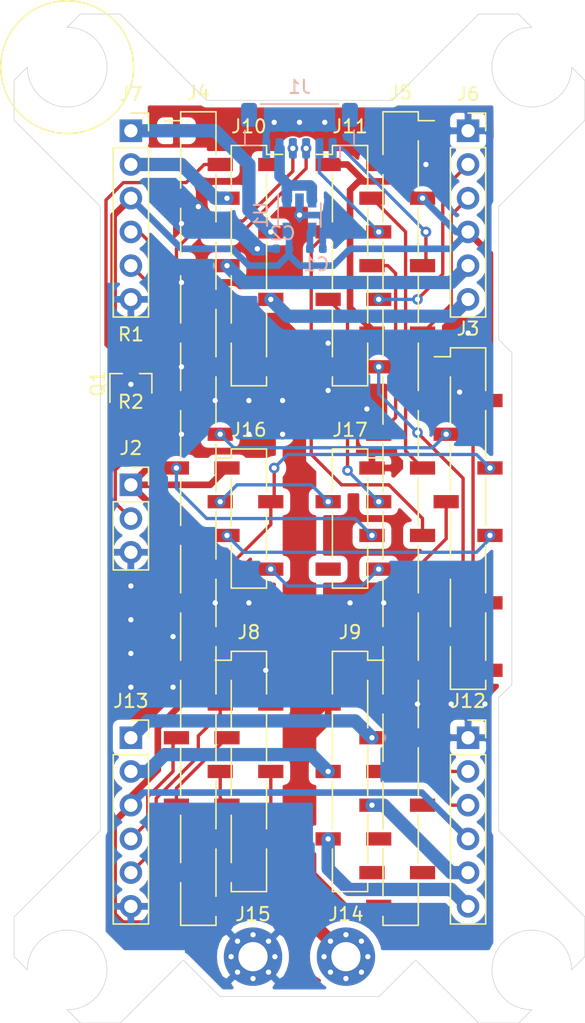
<source format=kicad_pcb>
(kicad_pcb (version 20171130) (host pcbnew "(5.1.4)-1")
  (layers (0 F.Cu signal) (31 B.Cu signal) (34 B.Paste user) (35 F.Paste user) (36 B.SilkS user) (37 F.SilkS user) (38 B.Mask user) (39 F.Mask user) (44 Edge.Cuts user))
  (net 0 "")
  (net 1 +7.5V)
  (net 2 GND)
  (net 3 +3V3)
  (net 4 CS_G)
  (net 5 SCK)
  (net 6 MOSI)
  (net 7 MISO)
  (net 8 CS_A)
  (net 9 /Sheet60DC4E71/RCV_IN)
  (net 10 CS_O)
  (net 11 "Net-(J3-Pad7)")
  (net 12 "Net-(J3-Pad8)")
  (net 13 "Net-(J4-Pad17)")
  (net 14 "Net-(J4-Pad16)")
  (net 15 "Net-(J4-Pad9)")
  (net 16 "Net-(J4-Pad8)")
  (net 17 "Net-(J4-Pad3)")
  (net 18 "Net-(J5-Pad1)")
  (net 19 "Net-(J5-Pad16)")
  (net 20 "Net-(J5-Pad17)")
  (net 21 "Net-(Q1-Pad1)")
  (net 22 "Net-(C1-Pad1)")
  (net 23 "Net-(J4-Pad24)")
  (net 24 "Net-(J9-Pad7)")
  (net 25 "Net-(J10-Pad1)")
  (net 26 VCC)
  (net 27 "Net-(J17-Pad4)")
  (net 28 M2_1)
  (net 29 M1_1)
  (net 30 M2_3)
  (net 31 M1_3)
  (net 32 OUTB_3)
  (net 33 OUTA_4)
  (net 34 OUTA_3)
  (net 35 APHAZE_1)
  (net 36 AENBL_1)
  (net 37 "Net-(J5-Pad20)")
  (net 38 "Net-(J5-Pad22)")
  (net 39 "Net-(J5-Pad24)")
  (net 40 BPHAZE_1)
  (net 41 BENBL_1)
  (net 42 "Net-(J5-Pad21)")
  (net 43 "Net-(J5-Pad23)")
  (net 44 M1_4)
  (net 45 M2_4)
  (net 46 OUTB_4)
  (net 47 M1_2)
  (net 48 M2_2)
  (net 49 BPHAZE_2)
  (net 50 AENBL_2)
  (net 51 APHAZE_2)
  (net 52 BENBL_2)
  (net 53 OUTB_1)
  (net 54 OUTA_2)
  (net 55 OUTA_1)
  (net 56 OUTB_2)
  (net 57 PWM_1)
  (net 58 PWM_2)
  (net 59 PWM_3)
  (net 60 PWM_4)
  (net 61 SCL)
  (net 62 SDA)
  (net 63 FUTABA)
  (module Connector_PinSocket_2.54mm:PinSocket_1x04_P2.54mm_Vertical_SMD_Pin1Right (layer F.Cu) (at 3.81 0)
    (fp_text reference J17 (at 0 -6.68) (layer F.SilkS))
    (fp_text value Conn_01x04)
    (pad 2 smd rect (at -1.65 -1.27) (size 1.9 1) (layers F.Cu F.Paste F.Mask) (net 8 CS_A))
    (pad 4 smd rect (at -1.65 3.81) (size 1.9 1) (layers F.Cu F.Paste F.Mask) (net 27 "Net-(J17-Pad4)"))
    (pad 1 smd rect (at 1.65 -3.81) (size 1.9 1) (layers F.Cu F.Paste F.Mask) (net 2 GND))
    (pad 3 smd rect (at 1.65 1.27) (size 1.9 1) (layers F.Cu F.Paste F.Mask) (net 4 CS_G))
  )
  (module Connector_PinSocket_2.54mm:PinSocket_1x24_P2.54mm_Vertical_SMD_Pin1Left (layer F.Cu) (at -7.62 0)
    (fp_text reference J4 (at 0 -32.08) (layer F.SilkS))
    (fp_text value Conn_01x24)
    (pad 24 smd rect (at 1.65 29.21) (size 1.9 1) (layers F.Cu F.Paste F.Mask) (net 23 "Net-(J4-Pad24)"))
    (pad 22 smd rect (at 1.65 24.13) (size 1.9 1) (layers F.Cu F.Paste F.Mask) (net 49 BPHAZE_2))
    (pad 20 smd rect (at 1.65 19.05) (size 1.9 1) (layers F.Cu F.Paste F.Mask) (net 50 AENBL_2))
    (pad 18 smd rect (at 1.65 13.97) (size 1.9 1) (layers F.Cu F.Paste F.Mask) (net 32 OUTB_3))
    (pad 16 smd rect (at 1.65 8.89) (size 1.9 1) (layers F.Cu F.Paste F.Mask) (net 14 "Net-(J4-Pad16)"))
    (pad 14 smd rect (at 1.65 3.81) (size 1.9 1) (layers F.Cu F.Paste F.Mask) (net 7 MISO))
    (pad 12 smd rect (at 1.65 -1.27) (size 1.9 1) (layers F.Cu F.Paste F.Mask) (net 8 CS_A))
    (pad 10 smd rect (at 1.65 -6.35) (size 1.9 1) (layers F.Cu F.Paste F.Mask) (net 10 CS_O))
    (pad 8 smd rect (at 1.65 -11.43) (size 1.9 1) (layers F.Cu F.Paste F.Mask) (net 16 "Net-(J4-Pad8)"))
    (pad 6 smd rect (at 1.65 -16.51) (size 1.9 1) (layers F.Cu F.Paste F.Mask) (net 33 OUTA_4))
    (pad 4 smd rect (at 1.65 -21.59) (size 1.9 1) (layers F.Cu F.Paste F.Mask) (net 59 PWM_3))
    (pad 2 smd rect (at 1.65 -26.67) (size 1.9 1) (layers F.Cu F.Paste F.Mask) (net 63 FUTABA))
    (pad 23 smd rect (at -1.65 26.67) (size 1.9 1) (layers F.Cu F.Paste F.Mask) (net 51 APHAZE_2))
    (pad 21 smd rect (at -1.65 21.59) (size 1.9 1) (layers F.Cu F.Paste F.Mask) (net 52 BENBL_2))
    (pad 19 smd rect (at -1.65 16.51) (size 1.9 1) (layers F.Cu F.Paste F.Mask) (net 34 OUTA_3))
    (pad 17 smd rect (at -1.65 11.43) (size 1.9 1) (layers F.Cu F.Paste F.Mask) (net 13 "Net-(J4-Pad17)"))
    (pad 15 smd rect (at -1.65 6.35) (size 1.9 1) (layers F.Cu F.Paste F.Mask) (net 3 +3V3))
    (pad 13 smd rect (at -1.65 1.27) (size 1.9 1) (layers F.Cu F.Paste F.Mask) (net 6 MOSI))
    (pad 11 smd rect (at -1.65 -3.81) (size 1.9 1) (layers F.Cu F.Paste F.Mask) (net 4 CS_G))
    (pad 9 smd rect (at -1.65 -8.89) (size 1.9 1) (layers F.Cu F.Paste F.Mask) (net 15 "Net-(J4-Pad9)"))
    (pad 7 smd rect (at -1.65 -13.97) (size 1.9 1) (layers F.Cu F.Paste F.Mask) (net 46 OUTB_4))
    (pad 5 smd rect (at -1.65 -19.05) (size 1.9 1) (layers F.Cu F.Paste F.Mask) (net 60 PWM_4))
    (pad 3 smd rect (at -1.65 -24.13) (size 1.9 1) (layers F.Cu F.Paste F.Mask) (net 17 "Net-(J4-Pad3)"))
    (pad 1 smd rect (at -1.65 -29.21) (size 1.9 1) (layers F.Cu F.Paste F.Mask) (net 2 GND))
  )
  (module Connector_PinSocket_2.54mm:PinSocket_1x07_P2.54mm_Vertical_SMD_Pin1Right (layer F.Cu) (at -3.81 -19.05)
    (fp_text reference J10 (at 0 -10.49) (layer F.SilkS))
    (fp_text value Conn_01x07)
    (pad 7 smd rect (at 1.65 7.62) (size 1.9 1) (layers F.Cu F.Paste F.Mask) (net 2 GND))
    (pad 5 smd rect (at 1.65 2.54) (size 1.9 1) (layers F.Cu F.Paste F.Mask) (net 29 M1_1))
    (pad 3 smd rect (at 1.65 -2.54) (size 1.9 1) (layers F.Cu F.Paste F.Mask) (net 44 M1_4))
    (pad 1 smd rect (at 1.65 -7.62) (size 1.9 1) (layers F.Cu F.Paste F.Mask) (net 25 "Net-(J10-Pad1)"))
    (pad 6 smd rect (at -1.65 5.08) (size 1.9 1) (layers F.Cu F.Paste F.Mask) (net 26 VCC))
    (pad 4 smd rect (at -1.65 0) (size 1.9 1) (layers F.Cu F.Paste F.Mask) (net 28 M2_1))
    (pad 2 smd rect (at -1.65 -5.08) (size 1.9 1) (layers F.Cu F.Paste F.Mask) (net 45 M2_4))
  )
  (module Connector_PinSocket_2.54mm:PinSocket_1x24_P2.54mm_Vertical_SMD_Pin1Right (layer F.Cu) (at 7.62 0)
    (fp_text reference J5 (at 0 -32.08) (layer F.SilkS))
    (fp_text value Conn_01x24)
    (pad 2 smd rect (at -1.65 -26.67) (size 1.9 1) (layers F.Cu F.Paste F.Mask) (net 2 GND))
    (pad 4 smd rect (at -1.65 -21.59) (size 1.9 1) (layers F.Cu F.Paste F.Mask) (net 58 PWM_2))
    (pad 6 smd rect (at -1.65 -16.51) (size 1.9 1) (layers F.Cu F.Paste F.Mask) (net 53 OUTB_1))
    (pad 8 smd rect (at -1.65 -11.43) (size 1.9 1) (layers F.Cu F.Paste F.Mask) (net 61 SCL))
    (pad 10 smd rect (at -1.65 -6.35) (size 1.9 1) (layers F.Cu F.Paste F.Mask) (net 40 BPHAZE_1))
    (pad 12 smd rect (at -1.65 -1.27) (size 1.9 1) (layers F.Cu F.Paste F.Mask) (net 41 BENBL_1))
    (pad 14 smd rect (at -1.65 3.81) (size 1.9 1) (layers F.Cu F.Paste F.Mask) (net 5 SCK))
    (pad 16 smd rect (at -1.65 8.89) (size 1.9 1) (layers F.Cu F.Paste F.Mask) (net 19 "Net-(J5-Pad16)"))
    (pad 18 smd rect (at -1.65 13.97) (size 1.9 1) (layers F.Cu F.Paste F.Mask) (net 54 OUTA_2))
    (pad 20 smd rect (at -1.65 19.05) (size 1.9 1) (layers F.Cu F.Paste F.Mask) (net 37 "Net-(J5-Pad20)"))
    (pad 22 smd rect (at -1.65 24.13) (size 1.9 1) (layers F.Cu F.Paste F.Mask) (net 38 "Net-(J5-Pad22)"))
    (pad 24 smd rect (at -1.65 29.21) (size 1.9 1) (layers F.Cu F.Paste F.Mask) (net 39 "Net-(J5-Pad24)"))
    (pad 1 smd rect (at 1.65 -29.21) (size 1.9 1) (layers F.Cu F.Paste F.Mask) (net 18 "Net-(J5-Pad1)"))
    (pad 3 smd rect (at 1.65 -24.13) (size 1.9 1) (layers F.Cu F.Paste F.Mask) (net 3 +3V3))
    (pad 5 smd rect (at 1.65 -19.05) (size 1.9 1) (layers F.Cu F.Paste F.Mask) (net 57 PWM_1))
    (pad 7 smd rect (at 1.65 -13.97) (size 1.9 1) (layers F.Cu F.Paste F.Mask) (net 55 OUTA_1))
    (pad 9 smd rect (at 1.65 -8.89) (size 1.9 1) (layers F.Cu F.Paste F.Mask) (net 62 SDA))
    (pad 11 smd rect (at 1.65 -3.81) (size 1.9 1) (layers F.Cu F.Paste F.Mask) (net 35 APHAZE_1))
    (pad 13 smd rect (at 1.65 1.27) (size 1.9 1) (layers F.Cu F.Paste F.Mask) (net 36 AENBL_1))
    (pad 15 smd rect (at 1.65 6.35) (size 1.9 1) (layers F.Cu F.Paste F.Mask) (net 2 GND))
    (pad 17 smd rect (at 1.65 11.43) (size 1.9 1) (layers F.Cu F.Paste F.Mask) (net 20 "Net-(J5-Pad17)"))
    (pad 19 smd rect (at 1.65 16.51) (size 1.9 1) (layers F.Cu F.Paste F.Mask) (net 56 OUTB_2))
    (pad 21 smd rect (at 1.65 21.59) (size 1.9 1) (layers F.Cu F.Paste F.Mask) (net 42 "Net-(J5-Pad21)"))
    (pad 23 smd rect (at 1.65 26.67) (size 1.9 1) (layers F.Cu F.Paste F.Mask) (net 43 "Net-(J5-Pad23)"))
  )
  (module Capacitor_SMD:C_0402_1005Metric (layer B.Cu) (at 1.27 -20.32)
    (fp_text reference C1 (at 0 1.17 180) (layer B.SilkS) (effects (justify mirror)))
    (fp_text value 470p)
    (pad 2 smd roundrect (at 0.485 0) (size 0.59 0.64) (layers B.Cu B.Paste B.Mask) (net 2 GND))
    (pad 1 smd roundrect (at -0.485 0) (size 0.59 0.64) (layers B.Cu B.Paste B.Mask) (net 22 "Net-(C1-Pad1)"))
  )
  (module Capacitor_SMD:C_0402_1005Metric (layer B.Cu) (at -1.27 -20.32 180)
    (fp_text reference C2 (at 0 1.17 180) (layer B.SilkS) (effects (justify mirror)))
    (fp_text value 2.2u)
    (pad 1 smd roundrect (at -0.485 0 180) (size 0.59 0.64) (layers B.Cu B.Paste B.Mask) (net 3 +3V3))
    (pad 2 smd roundrect (at 0.485 0 180) (size 0.59 0.64) (layers B.Cu B.Paste B.Mask) (net 2 GND))
  )
  (module Connector_JST:JST_SH_BM06B-SRSS-TB_1x06-1MP_P1.00mm_Vertical (layer B.Cu) (at 0 -29.21 180)
    (fp_text reference J1 (at 0 3.3) (layer B.SilkS) (effects (justify mirror)))
    (fp_text value Conn_01x06)
    (pad 1 smd roundrect (at -2.5 -1.325 180) (size 0.6 1.55) (layers B.Cu B.Paste B.Mask) (net 57 PWM_1))
    (pad 2 smd roundrect (at -1.5 -1.325 180) (size 0.6 1.55) (layers B.Cu B.Paste B.Mask) (net 58 PWM_2))
    (pad 3 smd roundrect (at -0.5 -1.325 180) (size 0.6 1.55) (layers B.Cu B.Paste B.Mask) (net 59 PWM_3))
    (pad 4 smd roundrect (at 0.5 -1.325 180) (size 0.6 1.55) (layers B.Cu B.Paste B.Mask) (net 60 PWM_4))
    (pad 5 smd roundrect (at 1.5 -1.325 180) (size 0.6 1.55) (layers B.Cu B.Paste B.Mask) (net 1 +7.5V))
    (pad 6 smd roundrect (at 2.5 -1.325 180) (size 0.6 1.55) (layers B.Cu B.Paste B.Mask) (net 2 GND))
    (pad MP smd roundrect (at -3.8 1.2 180) (size 1.2 1.8) (layers B.Cu B.Paste B.Mask) (roundrect_rratio 0.208333))
    (pad MP smd roundrect (at 3.8 1.2 180) (size 1.2 1.8) (layers B.Cu B.Paste B.Mask) (roundrect_rratio 0.208333))
  )
  (module Connector_PinSocket_2.54mm:PinSocket_1x03_P2.54mm_Vertical (layer F.Cu) (at -12.7 -2.54)
    (fp_text reference J2 (at 0 -2.77) (layer F.SilkS))
    (fp_text value Conn_01x03)
    (pad 1 thru_hole rect (at 0 0) (size 1.7 1.7) (drill 1) (layers *.Cu *.Mask) (net 3 +3V3))
    (pad 2 thru_hole oval (at 0 2.54) (size 1.7 1.7) (drill 1) (layers *.Cu *.Mask) (net 9 /Sheet60DC4E71/RCV_IN))
    (pad 3 thru_hole oval (at 0 5.08) (size 1.7 1.7) (drill 1) (layers *.Cu *.Mask) (net 2 GND))
  )
  (module Connector_PinSocket_2.54mm:PinSocket_1x06_P2.54mm_Vertical (layer F.Cu) (at 12.7 -29.21)
    (fp_text reference J6 (at 0 -2.77) (layer F.SilkS))
    (fp_text value Conn_01x06)
    (pad 6 thru_hole oval (at 0 12.7) (size 1.7 1.7) (drill 1) (layers *.Cu *.Mask) (net 29 M1_1))
    (pad 5 thru_hole oval (at 0 10.16) (size 1.7 1.7) (drill 1) (layers *.Cu *.Mask) (net 28 M2_1))
    (pad 4 thru_hole oval (at 0 7.62) (size 1.7 1.7) (drill 1) (layers *.Cu *.Mask) (net 3 +3V3))
    (pad 3 thru_hole oval (at 0 5.08) (size 1.7 1.7) (drill 1) (layers *.Cu *.Mask) (net 55 OUTA_1))
    (pad 2 thru_hole oval (at 0 2.54) (size 1.7 1.7) (drill 1) (layers *.Cu *.Mask) (net 53 OUTB_1))
    (pad 1 thru_hole rect (at 0 0) (size 1.7 1.7) (drill 1) (layers *.Cu *.Mask) (net 2 GND))
  )
  (module Connector_PinSocket_2.54mm:PinSocket_1x06_P2.54mm_Vertical (layer F.Cu) (at -12.7 -29.21)
    (fp_text reference J7 (at 0 -2.77) (layer F.SilkS))
    (fp_text value Conn_01x06)
    (pad 1 thru_hole rect (at 0 0) (size 1.7 1.7) (drill 1) (layers *.Cu *.Mask) (net 44 M1_4))
    (pad 2 thru_hole oval (at 0 2.54) (size 1.7 1.7) (drill 1) (layers *.Cu *.Mask) (net 45 M2_4))
    (pad 3 thru_hole oval (at 0 5.08) (size 1.7 1.7) (drill 1) (layers *.Cu *.Mask) (net 3 +3V3))
    (pad 4 thru_hole oval (at 0 7.62) (size 1.7 1.7) (drill 1) (layers *.Cu *.Mask) (net 33 OUTA_4))
    (pad 5 thru_hole oval (at 0 10.16) (size 1.7 1.7) (drill 1) (layers *.Cu *.Mask) (net 46 OUTB_4))
    (pad 6 thru_hole oval (at 0 12.7) (size 1.7 1.7) (drill 1) (layers *.Cu *.Mask) (net 2 GND))
  )
  (module Connector_PinSocket_2.54mm:PinSocket_1x06_P2.54mm_Vertical (layer F.Cu) (at 12.7 16.51)
    (fp_text reference J12 (at 0 -2.77) (layer F.SilkS))
    (fp_text value Conn_01x06)
    (pad 1 thru_hole rect (at 0 0) (size 1.7 1.7) (drill 1) (layers *.Cu *.Mask) (net 2 GND))
    (pad 2 thru_hole oval (at 0 2.54) (size 1.7 1.7) (drill 1) (layers *.Cu *.Mask) (net 56 OUTB_2))
    (pad 3 thru_hole oval (at 0 5.08) (size 1.7 1.7) (drill 1) (layers *.Cu *.Mask) (net 54 OUTA_2))
    (pad 4 thru_hole oval (at 0 7.62) (size 1.7 1.7) (drill 1) (layers *.Cu *.Mask) (net 3 +3V3))
    (pad 5 thru_hole oval (at 0 10.16) (size 1.7 1.7) (drill 1) (layers *.Cu *.Mask) (net 48 M2_2))
    (pad 6 thru_hole oval (at 0 12.7) (size 1.7 1.7) (drill 1) (layers *.Cu *.Mask) (net 47 M1_2))
  )
  (module Connector_PinSocket_2.54mm:PinSocket_1x06_P2.54mm_Vertical (layer F.Cu) (at -12.7 16.51)
    (fp_text reference J13 (at 0 -2.77) (layer F.SilkS))
    (fp_text value Conn_01x06)
    (pad 6 thru_hole oval (at 0 12.7) (size 1.7 1.7) (drill 1) (layers *.Cu *.Mask) (net 2 GND))
    (pad 5 thru_hole oval (at 0 10.16) (size 1.7 1.7) (drill 1) (layers *.Cu *.Mask) (net 32 OUTB_3))
    (pad 4 thru_hole oval (at 0 7.62) (size 1.7 1.7) (drill 1) (layers *.Cu *.Mask) (net 34 OUTA_3))
    (pad 3 thru_hole oval (at 0 5.08) (size 1.7 1.7) (drill 1) (layers *.Cu *.Mask) (net 3 +3V3))
    (pad 2 thru_hole oval (at 0 2.54) (size 1.7 1.7) (drill 1) (layers *.Cu *.Mask) (net 30 M2_3))
    (pad 1 thru_hole rect (at 0 0) (size 1.7 1.7) (drill 1) (layers *.Cu *.Mask) (net 31 M1_3))
  )
  (module Resistor_SMD:R_0402_1005Metric (layer F.Cu) (at -12.7 -12.7)
    (fp_text reference R1 (at 0 -1.17) (layer F.SilkS))
    (fp_text value 10k)
    (pad 2 smd roundrect (at 0.485 0) (size 0.59 0.64) (layers F.Cu F.Paste F.Mask) (net 63 FUTABA))
    (pad 1 smd roundrect (at -0.485 0) (size 0.59 0.64) (layers F.Cu F.Paste F.Mask) (net 3 +3V3))
  )
  (module Resistor_SMD:R_0402_1005Metric (layer F.Cu) (at -12.7 -7.62)
    (fp_text reference R2 (at 0 -1.17) (layer F.SilkS))
    (fp_text value 3.3k)
    (pad 1 smd roundrect (at -0.485 0) (size 0.59 0.64) (layers F.Cu F.Paste F.Mask) (net 21 "Net-(Q1-Pad1)"))
    (pad 2 smd roundrect (at 0.485 0) (size 0.59 0.64) (layers F.Cu F.Paste F.Mask) (net 9 /Sheet60DC4E71/RCV_IN))
  )
  (module Package_TO_SOT_SMD:SOT-23-5 (layer B.Cu) (at 0 -22.86 270)
    (fp_text reference U1 (at 0 2.9 270) (layer B.SilkS) (effects (justify mirror)))
    (fp_text value MIC5219-3.3YM5)
    (pad 1 smd rect (at -1.1 0.95 270) (size 1.06 0.65) (layers B.Cu B.Paste B.Mask) (net 1 +7.5V))
    (pad 2 smd rect (at -1.1 0 270) (size 1.06 0.65) (layers B.Cu B.Paste B.Mask) (net 2 GND))
    (pad 3 smd rect (at -1.1 -0.95 270) (size 1.06 0.65) (layers B.Cu B.Paste B.Mask) (net 1 +7.5V))
    (pad 4 smd rect (at 1.1 -0.95 270) (size 1.06 0.65) (layers B.Cu B.Paste B.Mask) (net 22 "Net-(C1-Pad1)"))
    (pad 5 smd rect (at 1.1 0.95 270) (size 1.06 0.65) (layers B.Cu B.Paste B.Mask) (net 3 +3V3))
  )
  (module Connector_PinSocket_2.54mm:PinSocket_1x10_P2.54mm_Vertical_SMD_Pin1Left (layer F.Cu) (at 12.7 0)
    (fp_text reference J3 (at 0 -14.3) (layer F.SilkS))
    (fp_text value Conn_01x10)
    (pad 1 smd rect (at -1.65 -11.43) (size 1.9 1) (layers F.Cu F.Paste F.Mask) (net 2 GND))
    (pad 3 smd rect (at -1.65 -6.35) (size 1.9 1) (layers F.Cu F.Paste F.Mask) (net 10 CS_O))
    (pad 5 smd rect (at -1.65 -1.27) (size 1.9 1) (layers F.Cu F.Paste F.Mask) (net 5 SCK))
    (pad 7 smd rect (at -1.65 3.81) (size 1.9 1) (layers F.Cu F.Paste F.Mask) (net 11 "Net-(J3-Pad7)"))
    (pad 9 smd rect (at -1.65 8.89) (size 1.9 1) (layers F.Cu F.Paste F.Mask) (net 61 SCL))
    (pad 2 smd rect (at 1.65 -8.89) (size 1.9 1) (layers F.Cu F.Paste F.Mask) (net 3 +3V3))
    (pad 4 smd rect (at 1.65 -3.81) (size 1.9 1) (layers F.Cu F.Paste F.Mask) (net 7 MISO))
    (pad 6 smd rect (at 1.65 1.27) (size 1.9 1) (layers F.Cu F.Paste F.Mask) (net 6 MOSI))
    (pad 8 smd rect (at 1.65 6.35) (size 1.9 1) (layers F.Cu F.Paste F.Mask) (net 12 "Net-(J3-Pad8)"))
    (pad 10 smd rect (at 1.65 11.43) (size 1.9 1) (layers F.Cu F.Paste F.Mask) (net 62 SDA))
  )
  (module Package_TO_SOT_SMD:SOT-23 (layer F.Cu) (at -12.7 -10.16 90)
    (fp_text reference Q1 (at 0 -2.5 270) (layer F.SilkS))
    (fp_text value 2N7002K)
    (pad 1 smd rect (at -1 -0.95 90) (size 0.9 0.8) (layers F.Cu F.Paste F.Mask) (net 21 "Net-(Q1-Pad1)"))
    (pad 2 smd rect (at -1 0.95 90) (size 0.9 0.8) (layers F.Cu F.Paste F.Mask) (net 2 GND))
    (pad 3 smd rect (at 1 0 90) (size 0.9 0.8) (layers F.Cu F.Paste F.Mask) (net 63 FUTABA))
  )
  (module MountingHole:MountingHole_2.2mm_M2_Pad_Via (layer F.Cu) (at 3.5 33)
    (fp_text reference J14 (at 0 -3.2) (layer F.SilkS))
    (fp_text value Conn_01x01)
    (pad 1 thru_hole circle (at 0 0) (size 4.4 4.4) (drill 2.2) (layers *.Cu *.Mask) (net 26 VCC))
    (pad 1 thru_hole circle (at 1.65 0) (size 0.7 0.7) (drill 0.4) (layers *.Cu *.Mask) (net 26 VCC))
    (pad 1 thru_hole circle (at 1.166726 1.166726) (size 0.7 0.7) (drill 0.4) (layers *.Cu *.Mask) (net 26 VCC))
    (pad 1 thru_hole circle (at 0 1.65) (size 0.7 0.7) (drill 0.4) (layers *.Cu *.Mask) (net 26 VCC))
    (pad 1 thru_hole circle (at -1.166726 1.166726) (size 0.7 0.7) (drill 0.4) (layers *.Cu *.Mask) (net 26 VCC))
    (pad 1 thru_hole circle (at -1.65 0) (size 0.7 0.7) (drill 0.4) (layers *.Cu *.Mask) (net 26 VCC))
    (pad 1 thru_hole circle (at -1.166726 -1.166726) (size 0.7 0.7) (drill 0.4) (layers *.Cu *.Mask) (net 26 VCC))
    (pad 1 thru_hole circle (at 0 -1.65) (size 0.7 0.7) (drill 0.4) (layers *.Cu *.Mask) (net 26 VCC))
    (pad 1 thru_hole circle (at 1.166726 -1.166726) (size 0.7 0.7) (drill 0.4) (layers *.Cu *.Mask) (net 26 VCC))
  )
  (module MountingHole:MountingHole_2.2mm_M2_Pad_Via (layer F.Cu) (at -3.5 33)
    (fp_text reference J15 (at 0 -3.2) (layer F.SilkS))
    (fp_text value Conn_01x01)
    (pad 1 thru_hole circle (at 0 0) (size 4.4 4.4) (drill 2.2) (layers *.Cu *.Mask) (net 2 GND))
    (pad 1 thru_hole circle (at 1.65 0) (size 0.7 0.7) (drill 0.4) (layers *.Cu *.Mask) (net 2 GND))
    (pad 1 thru_hole circle (at 1.166726 1.166726) (size 0.7 0.7) (drill 0.4) (layers *.Cu *.Mask) (net 2 GND))
    (pad 1 thru_hole circle (at 0 1.65) (size 0.7 0.7) (drill 0.4) (layers *.Cu *.Mask) (net 2 GND))
    (pad 1 thru_hole circle (at -1.166726 1.166726) (size 0.7 0.7) (drill 0.4) (layers *.Cu *.Mask) (net 2 GND))
    (pad 1 thru_hole circle (at -1.65 0) (size 0.7 0.7) (drill 0.4) (layers *.Cu *.Mask) (net 2 GND))
    (pad 1 thru_hole circle (at -1.166726 -1.166726) (size 0.7 0.7) (drill 0.4) (layers *.Cu *.Mask) (net 2 GND))
    (pad 1 thru_hole circle (at 0 -1.65) (size 0.7 0.7) (drill 0.4) (layers *.Cu *.Mask) (net 2 GND))
    (pad 1 thru_hole circle (at 1.166726 -1.166726) (size 0.7 0.7) (drill 0.4) (layers *.Cu *.Mask) (net 2 GND))
  )
  (module Connector_PinSocket_2.54mm:PinSocket_1x07_P2.54mm_Vertical_SMD_Pin1Left (layer F.Cu) (at 3.81 -19.05)
    (fp_text reference J11 (at 0 -10.49) (layer F.SilkS))
    (fp_text value Conn_01x07)
    (pad 6 smd rect (at 1.65 5.08) (size 1.9 1) (layers F.Cu F.Paste F.Mask) (net 3 +3V3))
    (pad 4 smd rect (at 1.65 0) (size 1.9 1) (layers F.Cu F.Paste F.Mask) (net 40 BPHAZE_1))
    (pad 2 smd rect (at 1.65 -5.08) (size 1.9 1) (layers F.Cu F.Paste F.Mask) (net 35 APHAZE_1))
    (pad 7 smd rect (at -1.65 7.62) (size 1.9 1) (layers F.Cu F.Paste F.Mask) (net 2 GND))
    (pad 5 smd rect (at -1.65 2.54) (size 1.9 1) (layers F.Cu F.Paste F.Mask) (net 41 BENBL_1))
    (pad 3 smd rect (at -1.65 -2.54) (size 1.9 1) (layers F.Cu F.Paste F.Mask) (net 36 AENBL_1))
    (pad 1 smd rect (at -1.65 -7.62) (size 1.9 1) (layers F.Cu F.Paste F.Mask) (net 3 +3V3))
  )
  (module Connector_PinSocket_2.54mm:PinSocket_1x04_P2.54mm_Vertical_SMD_Pin1Left (layer F.Cu) (at -3.81 0)
    (fp_text reference J16 (at 0 -6.68) (layer F.SilkS))
    (fp_text value Conn_01x04)
    (pad 1 smd rect (at -1.65 -3.81) (size 1.9 1) (layers F.Cu F.Paste F.Mask) (net 3 +3V3))
    (pad 3 smd rect (at -1.65 1.27) (size 1.9 1) (layers F.Cu F.Paste F.Mask) (net 6 MOSI))
    (pad 2 smd rect (at 1.65 -1.27) (size 1.9 1) (layers F.Cu F.Paste F.Mask) (net 7 MISO))
    (pad 4 smd rect (at 1.65 3.81) (size 1.9 1) (layers F.Cu F.Paste F.Mask) (net 5 SCK))
  )
  (module Connector_PinSocket_2.54mm:PinSocket_1x07_P2.54mm_Vertical_SMD_Pin1Left (layer F.Cu) (at -3.81 19.05)
    (fp_text reference J8 (at 0 -10.49) (layer F.SilkS))
    (fp_text value Conn_01x07)
    (pad 1 smd rect (at -1.65 -7.62) (size 1.9 1) (layers F.Cu F.Paste F.Mask) (net 2 GND))
    (pad 3 smd rect (at -1.65 -2.54) (size 1.9 1) (layers F.Cu F.Paste F.Mask) (net 52 BENBL_2))
    (pad 5 smd rect (at -1.65 2.54) (size 1.9 1) (layers F.Cu F.Paste F.Mask) (net 50 AENBL_2))
    (pad 7 smd rect (at -1.65 7.62) (size 1.9 1) (layers F.Cu F.Paste F.Mask) (net 3 +3V3))
    (pad 2 smd rect (at 1.65 -5.08) (size 1.9 1) (layers F.Cu F.Paste F.Mask) (net 3 +3V3))
    (pad 4 smd rect (at 1.65 0) (size 1.9 1) (layers F.Cu F.Paste F.Mask) (net 49 BPHAZE_2))
    (pad 6 smd rect (at 1.65 5.08) (size 1.9 1) (layers F.Cu F.Paste F.Mask) (net 51 APHAZE_2))
  )
  (module Connector_PinSocket_2.54mm:PinSocket_1x07_P2.54mm_Vertical_SMD_Pin1Right (layer F.Cu) (at 3.81 19.05)
    (fp_text reference J9 (at 0 -10.49) (layer F.SilkS))
    (fp_text value Conn_01x07)
    (pad 2 smd rect (at -1.65 -5.08) (size 1.9 1) (layers F.Cu F.Paste F.Mask) (net 26 VCC))
    (pad 4 smd rect (at -1.65 0) (size 1.9 1) (layers F.Cu F.Paste F.Mask) (net 30 M2_3))
    (pad 6 smd rect (at -1.65 5.08) (size 1.9 1) (layers F.Cu F.Paste F.Mask) (net 47 M1_2))
    (pad 1 smd rect (at 1.65 -7.62) (size 1.9 1) (layers F.Cu F.Paste F.Mask) (net 2 GND))
    (pad 3 smd rect (at 1.65 -2.54) (size 1.9 1) (layers F.Cu F.Paste F.Mask) (net 31 M1_3))
    (pad 5 smd rect (at 1.65 2.54) (size 1.9 1) (layers F.Cu F.Paste F.Mask) (net 48 M2_2))
    (pad 7 smd rect (at 1.65 7.62) (size 1.9 1) (layers F.Cu F.Paste F.Mask) (net 24 "Net-(J9-Pad7)"))
  )
  (gr_line (start 8.5 33.5) (end 8.75 33.25) (layer Edge.Cuts) (width 0.05))
  (gr_line (start -8.5 33.5) (end -8.75 33.25) (layer Edge.Cuts) (width 0.05))
  (gr_line (start -6 36) (end -8.5 33.5) (layer Edge.Cuts) (width 0.05))
  (gr_line (start 8.5 33.5) (end 8.5 33.5) (layer Edge.Cuts) (width 0.05))
  (gr_line (start 6 36) (end 8.5 33.5) (layer Edge.Cuts) (width 0.05))
  (gr_arc (start 17.5 34) (end 20.5 34) (angle -270) (layer Edge.Cuts) (width 0.05))
  (gr_line (start 16.5 38) (end 13.5 38) (layer Edge.Cuts) (width 0.05))
  (gr_line (start 13.5 38) (end 8.75 33.25) (layer Edge.Cuts) (width 0.05))
  (gr_line (start 17.5 37) (end 16.5 38) (layer Edge.Cuts) (width 0.05))
  (gr_line (start 21.5 30) (end 15 23.5) (layer Edge.Cuts) (width 0.05))
  (gr_line (start 20.5 34) (end 21.5 33) (layer Edge.Cuts) (width 0.05))
  (gr_line (start 21.5 33) (end 21.5 30) (layer Edge.Cuts) (width 0.05))
  (gr_arc (start -17.5 34) (end -17.5 37) (angle -270) (layer Edge.Cuts) (width 0.05))
  (gr_line (start -21.5 33) (end -21.5 30) (layer Edge.Cuts) (width 0.05))
  (gr_line (start -21.5 30) (end -15 23.5) (layer Edge.Cuts) (width 0.05))
  (gr_line (start -20.5 34) (end -21.5 33) (layer Edge.Cuts) (width 0.05))
  (gr_line (start -13.5 38) (end -8.75 33.25) (layer Edge.Cuts) (width 0.05))
  (gr_line (start -17.5 37) (end -16.5 38) (layer Edge.Cuts) (width 0.05))
  (gr_line (start -16.5 38) (end -13.5 38) (layer Edge.Cuts) (width 0.05))
  (gr_circle (center -17.5 -34) (end -17.5 -29) (layer F.SilkS) (width 0.12))
  (gr_arc (start 17.5 -34) (end 17.5 -37) (angle -270) (layer Edge.Cuts) (width 0.05))
  (gr_line (start 21.5 -33) (end 21.5 -30) (layer Edge.Cuts) (width 0.05))
  (gr_line (start 21.5 -30) (end 15 -23.5) (layer Edge.Cuts) (width 0.05))
  (gr_line (start 20.5 -34) (end 21.5 -33) (layer Edge.Cuts) (width 0.05))
  (gr_line (start 13.5 -38) (end 7 -31.5) (layer Edge.Cuts) (width 0.05))
  (gr_line (start 17.5 -37) (end 16.5 -38) (layer Edge.Cuts) (width 0.05))
  (gr_line (start 16.5 -38) (end 13.5 -38) (layer Edge.Cuts) (width 0.05))
  (gr_line (start -13.5 -38) (end -7 -31.5) (layer Edge.Cuts) (width 0.05))
  (gr_line (start -16.5 -38) (end -13.5 -38) (layer Edge.Cuts) (width 0.05))
  (gr_line (start -17.5 -37) (end -16.5 -38) (layer Edge.Cuts) (width 0.05))
  (gr_line (start -21.5 -30) (end -15 -23.5) (layer Edge.Cuts) (width 0.05))
  (gr_line (start -21.5 -33) (end -21.5 -30) (layer Edge.Cuts) (width 0.05))
  (gr_line (start -20.5 -34) (end -21.5 -33) (layer Edge.Cuts) (width 0.05))
  (gr_arc (start -17.5 -34) (end -20.5 -34) (angle -270) (layer Edge.Cuts) (width 0.05))
  (gr_line (start 16 -12.5) (end 16 -12) (layer Edge.Cuts) (width 0.05))
  (gr_line (start 15 -13.5) (end 16 -12.5) (layer Edge.Cuts) (width 0.05))
  (gr_line (start 16 12.5) (end 16 -12) (layer Edge.Cuts) (width 0.05))
  (gr_line (start 15 13.5) (end 16 12.5) (layer Edge.Cuts) (width 0.05))
  (gr_line (start 15 13.5) (end 15 23.5) (layer Edge.Cuts) (width 0.05))
  (gr_line (start -6 36) (end 6 36) (layer Edge.Cuts) (width 0.05))
  (gr_line (start -15 23.5) (end -15 -23.5) (layer Edge.Cuts) (width 0.05))
  (gr_line (start 15 -23.5) (end 15 -13.5) (layer Edge.Cuts) (width 0.05))
  (gr_line (start -7 -31.5) (end 7 -31.5) (layer Edge.Cuts) (width 0.05))
  (segment (start -0.95 -24.945002) (end -0.95 -23.96) (width 0.8) (layer B.Cu) (net 1))
  (segment (start -0.805001 -25.090001) (end -0.95 -24.945002) (width 0.8) (layer B.Cu) (net 1))
  (segment (start -1.5 -27.885) (end -1.5 -25.785) (width 0.8) (layer B.Cu) (net 1))
  (segment (start -1.5 -25.785) (end -0.805001 -25.090001) (width 0.8) (layer B.Cu) (net 1))
  (segment (start 0.925001 -24.970001) (end 0.805001 -25.090001) (width 0.8) (layer B.Cu) (net 1))
  (segment (start 0.805001 -25.090001) (end -0.805001 -25.090001) (width 0.8) (layer B.Cu) (net 1))
  (segment (start 0.925001 -23.984999) (end 0.925001 -24.970001) (width 0.8) (layer B.Cu) (net 1))
  (segment (start 0.95 -23.96) (end 0.925001 -23.984999) (width 0.8) (layer B.Cu) (net 1))
  (segment (start -2.61 -11.43) (end -2.16 -11.43) (width 0.8) (layer F.Cu) (net 2))
  (via (at -12.7 5.08) (size 0.8) (drill 0.4) (layers F.Cu B.Cu) (net 2))
  (via (at -12.7 7.62) (size 0.8) (drill 0.4) (layers F.Cu B.Cu) (net 2))
  (via (at -12.7 10.16) (size 0.8) (drill 0.4) (layers F.Cu B.Cu) (net 2))
  (via (at -12.7 12.7) (size 0.8) (drill 0.4) (layers F.Cu B.Cu) (net 2))
  (via (at -6.35 6.35) (size 0.8) (drill 0.4) (layers F.Cu B.Cu) (net 2))
  (via (at -3.81 6.35) (size 0.8) (drill 0.4) (layers F.Cu B.Cu) (net 2))
  (via (at 3.81 6.35) (size 0.8) (drill 0.4) (layers F.Cu B.Cu) (net 2))
  (via (at 6.35 6.35) (size 0.8) (drill 0.4) (layers F.Cu B.Cu) (net 2))
  (via (at -12.7 -10.109998) (size 0.8) (drill 0.4) (layers F.Cu B.Cu) (net 2))
  (segment (start -11.75 -9.16) (end -11.750002 -9.16) (width 0.25) (layer F.Cu) (net 2))
  (segment (start -11.750002 -9.16) (end -12.7 -10.109998) (width 0.25) (layer F.Cu) (net 2))
  (via (at 0 -22.86) (size 0.8) (drill 0.4) (layers F.Cu B.Cu) (net 2))
  (segment (start 0 -23.96) (end 0 -22.86) (width 0.5) (layer B.Cu) (net 2))
  (segment (start 0.565685 -22.86) (end 0 -22.86) (width 0.5) (layer B.Cu) (net 2))
  (segment (start 1.515002 -22.86) (end 0.565685 -22.86) (width 0.5) (layer B.Cu) (net 2))
  (segment (start 1.755 -22.620002) (end 1.515002 -22.86) (width 0.5) (layer B.Cu) (net 2))
  (segment (start 1.755 -20.32) (end 1.755 -22.620002) (width 0.5) (layer B.Cu) (net 2))
  (via (at -3.175 -20.32) (size 0.8) (drill 0.4) (layers F.Cu B.Cu) (net 2))
  (via (at -6.35 -8.89) (size 0.8) (drill 0.4) (layers F.Cu B.Cu) (net 2))
  (via (at -3.81 -8.89) (size 0.8) (drill 0.4) (layers F.Cu B.Cu) (net 2))
  (via (at -1.27 -8.89) (size 0.8) (drill 0.4) (layers F.Cu B.Cu) (net 2))
  (via (at -1.27 -6.35) (size 0.8) (drill 0.4) (layers F.Cu B.Cu) (net 2))
  (via (at -3.81 -6.35) (size 0.8) (drill 0.4) (layers F.Cu B.Cu) (net 2))
  (via (at -8.89 -6.35) (size 0.8) (drill 0.4) (layers F.Cu B.Cu) (net 2))
  (via (at -8.89 -11.43) (size 0.8) (drill 0.4) (layers F.Cu B.Cu) (net 2))
  (via (at 2.159 -13.208) (size 0.8) (drill 0.4) (layers F.Cu B.Cu) (net 2))
  (via (at 2.159 -9.652) (size 0.8) (drill 0.4) (layers F.Cu B.Cu) (net 2))
  (via (at 12.7 -13.97) (size 0.8) (drill 0.4) (layers F.Cu B.Cu) (net 2))
  (via (at 12.065 -9.525) (size 0.8) (drill 0.4) (layers F.Cu B.Cu) (net 2))
  (via (at -1.905 -29.845) (size 0.8) (drill 0.4) (layers F.Cu B.Cu) (net 2))
  (via (at 0 -29.845) (size 0.8) (drill 0.4) (layers F.Cu B.Cu) (net 2))
  (via (at 1.905 -29.845) (size 0.8) (drill 0.4) (layers F.Cu B.Cu) (net 2))
  (via (at -8.89 -22.225) (size 0.8) (drill 0.4) (layers F.Cu B.Cu) (net 2))
  (via (at -7.62 -23.495) (size 0.8) (drill 0.4) (layers F.Cu B.Cu) (net 2))
  (via (at -8.89 -17.78) (size 0.8) (drill 0.4) (layers F.Cu B.Cu) (net 2))
  (via (at 9.525 -26.67) (size 0.8) (drill 0.4) (layers F.Cu B.Cu) (net 2))
  (via (at 5.08 -8.255) (size 0.8) (drill 0.4) (layers F.Cu B.Cu) (net 2))
  (via (at -9.525 8.89) (size 0.8) (drill 0.4) (layers F.Cu B.Cu) (net 2))
  (via (at -9.525 12.7) (size 0.8) (drill 0.4) (layers F.Cu B.Cu) (net 2))
  (via (at -2.54 11.43) (size 0.8) (drill 0.4) (layers F.Cu B.Cu) (net 2))
  (via (at 8.89 13.97) (size 0.8) (drill 0.4) (layers F.Cu B.Cu) (net 2))
  (via (at 11.43 13.97) (size 0.8) (drill 0.4) (layers F.Cu B.Cu) (net 2))
  (via (at 13.97 13.97) (size 0.8) (drill 0.4) (layers F.Cu B.Cu) (net 2))
  (segment (start -12.7 -24.13) (end -12.7 -23.736002) (width 0.8) (layer B.Cu) (net 3))
  (segment (start -8.89 -20.32) (end -12.7 -24.13) (width 0.5) (layer B.Cu) (net 3))
  (segment (start -5.08 -20.32) (end -8.89 -20.32) (width 0.5) (layer B.Cu) (net 3))
  (segment (start -3.81 -19.05) (end -5.08 -20.32) (width 0.5) (layer B.Cu) (net 3))
  (segment (start -1.635 -19.05) (end -3.81 -19.05) (width 0.5) (layer B.Cu) (net 3))
  (segment (start -0.785 -20.32) (end -0.785 -19.9) (width 0.5) (layer B.Cu) (net 3))
  (segment (start -0.785 -19.9) (end -1.635 -19.05) (width 0.5) (layer B.Cu) (net 3))
  (segment (start -0.785 -20.32) (end -0.785 -19.835) (width 0.5) (layer B.Cu) (net 3))
  (segment (start -0.785 -19.835) (end 0 -19.05) (width 0.5) (layer B.Cu) (net 3))
  (segment (start 0 -19.05) (end 2.54 -19.05) (width 0.5) (layer B.Cu) (net 3))
  (segment (start 2.54 -19.05) (end 3.81 -20.32) (width 0.5) (layer B.Cu) (net 3))
  (segment (start 11.43 -20.32) (end 12.7 -21.59) (width 0.5) (layer B.Cu) (net 3))
  (segment (start 3.81 -20.32) (end 11.43 -20.32) (width 0.5) (layer B.Cu) (net 3))
  (segment (start 9.27 -24.13) (end 8.82 -24.13) (width 0.5) (layer F.Cu) (net 3))
  (segment (start -13.519168 -13.034168) (end -13.185 -12.7) (width 0.5) (layer F.Cu) (net 3))
  (segment (start -14.000001 -13.515001) (end -13.519168 -13.034168) (width 0.5) (layer F.Cu) (net 3))
  (segment (start -14.000001 -22.829999) (end -14.000001 -13.515001) (width 0.5) (layer F.Cu) (net 3))
  (segment (start -12.7 -24.13) (end -14.000001 -22.829999) (width 0.5) (layer F.Cu) (net 3))
  (segment (start -6.73 -2.54) (end -5.46 -3.81) (width 0.5) (layer F.Cu) (net 3))
  (segment (start -10.899999 -12.550007) (end -10.899999 -4.340001) (width 0.5) (layer F.Cu) (net 3))
  (segment (start -14.000001 -13.515001) (end -11.864993 -13.515001) (width 0.5) (layer F.Cu) (net 3))
  (segment (start -11.864993 -13.515001) (end -10.899999 -12.550007) (width 0.5) (layer F.Cu) (net 3))
  (segment (start -10.899999 -4.340001) (end -12.7 -2.54) (width 0.5) (layer F.Cu) (net 3))
  (segment (start -6.73 -2.54) (end -12.7 -2.54) (width 0.5) (layer F.Cu) (net 3))
  (segment (start -9.27 5.35) (end -9.27 6.35) (width 0.5) (layer F.Cu) (net 3))
  (segment (start -10.795 3.825) (end -9.27 5.35) (width 0.5) (layer F.Cu) (net 3))
  (segment (start -12.7 -2.54) (end -10.795 -0.635) (width 0.5) (layer F.Cu) (net 3))
  (segment (start -10.795 -0.635) (end -10.795 3.825) (width 0.5) (layer F.Cu) (net 3))
  (segment (start -3.61 13.97) (end -2.16 13.97) (width 0.5) (layer F.Cu) (net 3))
  (segment (start -4.88 12.7) (end -3.61 13.97) (width 0.5) (layer F.Cu) (net 3))
  (segment (start -7.035001 12.115001) (end -6.450002 12.7) (width 0.5) (layer F.Cu) (net 3))
  (segment (start -6.450002 12.7) (end -4.88 12.7) (width 0.5) (layer F.Cu) (net 3))
  (segment (start -7.62 11.530002) (end -7.035001 12.115001) (width 0.5) (layer F.Cu) (net 3))
  (segment (start -7.62 7.55) (end -7.62 11.530002) (width 0.5) (layer F.Cu) (net 3))
  (segment (start -9.27 6.35) (end -8.82 6.35) (width 0.5) (layer F.Cu) (net 3))
  (segment (start -8.82 6.35) (end -7.62 7.55) (width 0.5) (layer F.Cu) (net 3))
  (segment (start -5.91 26.67) (end -5.46 26.67) (width 0.5) (layer F.Cu) (net 3))
  (segment (start -9.750001 30.510001) (end -5.91 26.67) (width 0.5) (layer F.Cu) (net 3))
  (segment (start -13.324001 30.510001) (end -9.750001 30.510001) (width 0.5) (layer F.Cu) (net 3))
  (segment (start -14.000001 29.834001) (end -13.324001 30.510001) (width 0.5) (layer F.Cu) (net 3))
  (segment (start -14.000001 22.890001) (end -14.000001 29.834001) (width 0.5) (layer F.Cu) (net 3))
  (segment (start -12.7 21.59) (end -14.000001 22.890001) (width 0.5) (layer F.Cu) (net 3))
  (segment (start 14.35 -19.94) (end 14.35 -8.89) (width 0.5) (layer F.Cu) (net 3))
  (segment (start 12.7 -21.59) (end 14.35 -19.94) (width 0.5) (layer F.Cu) (net 3))
  (segment (start -11.850001 20.740001) (end -12.7 21.59) (width 0.5) (layer B.Cu) (net 3))
  (segment (start -11.74999 20.63999) (end -11.850001 20.740001) (width 0.5) (layer B.Cu) (net 3))
  (segment (start 9.20999 20.63999) (end -11.74999 20.63999) (width 0.5) (layer B.Cu) (net 3))
  (segment (start 12.7 24.13) (end 9.20999 20.63999) (width 0.5) (layer B.Cu) (net 3))
  (segment (start -10.670001 15.750001) (end -7.035001 12.115001) (width 0.5) (layer F.Cu) (net 3))
  (segment (start -10.670001 18.925001) (end -10.670001 15.750001) (width 0.5) (layer F.Cu) (net 3))
  (segment (start -12.7 21.59) (end -12.7 20.955) (width 0.5) (layer F.Cu) (net 3))
  (segment (start -12.7 20.955) (end -10.670001 18.925001) (width 0.5) (layer F.Cu) (net 3))
  (segment (start 8.82 -24.13) (end 7.55 -25.4) (width 0.5) (layer F.Cu) (net 3))
  (segment (start 7.55 -25.4) (end 4.88 -25.4) (width 0.5) (layer F.Cu) (net 3))
  (segment (start 4.88 -25.4) (end 3.61 -26.67) (width 0.5) (layer F.Cu) (net 3))
  (segment (start 3.61 -26.67) (end 2.16 -26.67) (width 0.5) (layer F.Cu) (net 3))
  (via (at 9.27 -24.13) (size 0.8) (drill 0.4) (layers F.Cu B.Cu) (net 3))
  (segment (start 11.81 -21.59) (end 9.27 -24.13) (width 0.5) (layer B.Cu) (net 3))
  (segment (start 12.7 -21.59) (end 11.81 -21.59) (width 0.5) (layer B.Cu) (net 3))
  (segment (start -0.785 -21.595) (end -0.95 -21.76) (width 0.5) (layer B.Cu) (net 3))
  (segment (start -0.785 -20.32) (end -0.785 -21.595) (width 0.5) (layer B.Cu) (net 3))
  (segment (start 4.469998 -25.4) (end 4.88 -25.4) (width 0.5) (layer F.Cu) (net 3))
  (segment (start 3.81 -24.740002) (end 4.469998 -25.4) (width 0.5) (layer F.Cu) (net 3))
  (segment (start 3.81 -15.875) (end 3.81 -24.740002) (width 0.5) (layer F.Cu) (net 3))
  (segment (start 5.46 -13.97) (end 5.46 -14.225) (width 0.5) (layer F.Cu) (net 3))
  (segment (start 5.46 -14.225) (end 3.81 -15.875) (width 0.5) (layer F.Cu) (net 3))
  (via (at -9.27 -3.81) (size 0.8) (drill 0.4) (layers F.Cu B.Cu) (net 4))
  (segment (start -9.27 -3.81) (end -9.27 -2.285) (width 0.25) (layer B.Cu) (net 4))
  (segment (start -9.27 -2.285) (end -6.985 0) (width 0.25) (layer B.Cu) (net 4))
  (via (at 5.46 1.27) (size 0.8) (drill 0.4) (layers F.Cu B.Cu) (net 4))
  (segment (start -6.985 0) (end 4.19 0) (width 0.25) (layer B.Cu) (net 4))
  (segment (start 4.19 0) (end 5.46 1.27) (width 0.25) (layer B.Cu) (net 4))
  (segment (start 11.05 -0.52) (end 11.05 -1.27) (width 0.25) (layer F.Cu) (net 5))
  (segment (start 11.05 1.525002) (end 11.05 -0.52) (width 0.25) (layer F.Cu) (net 5))
  (segment (start 8.765002 3.81) (end 11.05 1.525002) (width 0.25) (layer F.Cu) (net 5))
  (segment (start 5.97 3.81) (end 8.765002 3.81) (width 0.25) (layer F.Cu) (net 5))
  (via (at -2.16 3.81) (size 0.8) (drill 0.4) (layers F.Cu B.Cu) (net 5))
  (via (at 5.97 3.81) (size 0.8) (drill 0.4) (layers F.Cu B.Cu) (net 5))
  (segment (start 4.7 5.08) (end 5.97 3.81) (width 0.25) (layer B.Cu) (net 5))
  (segment (start -2.16 3.81) (end -0.89 5.08) (width 0.25) (layer B.Cu) (net 5))
  (segment (start -0.89 5.08) (end 4.7 5.08) (width 0.25) (layer B.Cu) (net 5))
  (segment (start -9.27 1.27) (end -5.46 1.27) (width 0.25) (layer F.Cu) (net 6))
  (via (at 14.35 1.27) (size 0.8) (drill 0.4) (layers F.Cu B.Cu) (net 6))
  (via (at -5.46 1.27) (size 0.8) (drill 0.4) (layers F.Cu B.Cu) (net 6))
  (segment (start -4.19 2.54) (end -5.46 1.27) (width 0.25) (layer B.Cu) (net 6))
  (segment (start 13.335 2.54) (end -4.19 2.54) (width 0.25) (layer B.Cu) (net 6))
  (segment (start 14.35 1.27) (end 14.35 1.525) (width 0.25) (layer B.Cu) (net 6))
  (segment (start 14.35 1.525) (end 13.335 2.54) (width 0.25) (layer B.Cu) (net 6))
  (segment (start -2.16 -0.52) (end -2.16 -1.27) (width 0.25) (layer F.Cu) (net 7))
  (segment (start -2.16 0.45) (end -2.16 -0.52) (width 0.25) (layer F.Cu) (net 7))
  (segment (start -5.52 3.81) (end -2.16 0.45) (width 0.25) (layer F.Cu) (net 7))
  (segment (start -5.97 3.81) (end -5.52 3.81) (width 0.25) (layer F.Cu) (net 7))
  (via (at 14.35 -3.81) (size 0.8) (drill 0.4) (layers F.Cu B.Cu) (net 7))
  (via (at -1.905 -3.81) (size 0.8) (drill 0.4) (layers F.Cu B.Cu) (net 7))
  (segment (start -1.905 -1.525) (end -2.16 -1.27) (width 0.25) (layer F.Cu) (net 7))
  (segment (start -1.905 -3.81) (end -1.905 -1.525) (width 0.25) (layer F.Cu) (net 7))
  (segment (start -0.889 -4.826) (end -1.905 -3.81) (width 0.25) (layer B.Cu) (net 7))
  (segment (start 14.35 -3.81) (end 13.334 -4.826) (width 0.25) (layer B.Cu) (net 7))
  (segment (start 13.334 -4.826) (end -0.889 -4.826) (width 0.25) (layer B.Cu) (net 7))
  (via (at -5.97 -1.27) (size 0.8) (drill 0.4) (layers F.Cu B.Cu) (net 8))
  (via (at 2.16 -1.27) (size 0.8) (drill 0.4) (layers F.Cu B.Cu) (net 8))
  (segment (start 0.89 -2.54) (end 2.16 -1.27) (width 0.25) (layer B.Cu) (net 8))
  (segment (start -5.97 -1.27) (end -4.7 -2.54) (width 0.25) (layer B.Cu) (net 8))
  (segment (start -4.7 -2.54) (end 0.89 -2.54) (width 0.25) (layer B.Cu) (net 8))
  (segment (start -13.549999 -0.849999) (end -12.7 0) (width 0.25) (layer F.Cu) (net 9))
  (segment (start -13.875001 -1.175001) (end -13.549999 -0.849999) (width 0.25) (layer F.Cu) (net 9))
  (segment (start -13.875001 -3.650001) (end -13.875001 -1.175001) (width 0.25) (layer F.Cu) (net 9))
  (segment (start -12.215 -7.62) (end -12.215 -5.310002) (width 0.25) (layer F.Cu) (net 9))
  (segment (start -12.215 -5.310002) (end -13.875001 -3.650001) (width 0.25) (layer F.Cu) (net 9))
  (via (at -5.97 -6.35) (size 0.8) (drill 0.4) (layers F.Cu B.Cu) (net 10))
  (via (at 11.05 -6.35) (size 0.8) (drill 0.4) (layers F.Cu B.Cu) (net 10))
  (segment (start 10.034 -5.334) (end 11.05 -6.35) (width 0.25) (layer B.Cu) (net 10))
  (segment (start -5.97 -6.35) (end -4.954 -5.334) (width 0.25) (layer B.Cu) (net 10))
  (segment (start -4.954 -5.334) (end 10.034 -5.334) (width 0.25) (layer B.Cu) (net 10))
  (segment (start -13.65 -8.085) (end -13.185 -7.62) (width 0.25) (layer F.Cu) (net 21))
  (segment (start -13.65 -9.16) (end -13.65 -8.085) (width 0.25) (layer F.Cu) (net 21))
  (segment (start 0.785 -21.595) (end 0.95 -21.76) (width 0.5) (layer B.Cu) (net 22))
  (segment (start 0.785 -20.32) (end 0.785 -21.595) (width 0.5) (layer B.Cu) (net 22))
  (segment (start -3.51 -13.97) (end -5.46 -13.97) (width 1) (layer F.Cu) (net 26))
  (segment (start -1.989998 -13.97) (end -3.51 -13.97) (width 1) (layer F.Cu) (net 26))
  (segment (start 0 -11.980002) (end -1.989998 -13.97) (width 1) (layer F.Cu) (net 26))
  (segment (start 3.5 33) (end 0 29.5) (width 1) (layer F.Cu) (net 26))
  (segment (start 1.71 13.97) (end 2.16 13.97) (width 1) (layer F.Cu) (net 26))
  (segment (start 0 15.68) (end 1.71 13.97) (width 1) (layer F.Cu) (net 26))
  (segment (start 0 16.51) (end 0 15.68) (width 1) (layer F.Cu) (net 26))
  (segment (start 0 16.51) (end 0 -11.980002) (width 1) (layer F.Cu) (net 26))
  (segment (start 0 29.5) (end 0 16.51) (width 1) (layer F.Cu) (net 26))
  (segment (start -5.91 -19.05) (end -5.46 -19.05) (width 0.8) (layer F.Cu) (net 28))
  (segment (start -4.19 -17.78) (end -5.46 -19.05) (width 1) (layer B.Cu) (net 28))
  (segment (start 11.43 -17.78) (end -4.19 -17.78) (width 1) (layer B.Cu) (net 28))
  (segment (start 12.7 -19.05) (end 11.43 -17.78) (width 1) (layer B.Cu) (net 28))
  (via (at -5.46 -19.05) (size 0.8) (drill 0.4) (layers F.Cu B.Cu) (net 28))
  (segment (start -0.89 -15.24) (end -2.16 -16.51) (width 1) (layer B.Cu) (net 29))
  (segment (start 11.43 -15.24) (end -0.89 -15.24) (width 1) (layer B.Cu) (net 29))
  (segment (start 12.7 -16.51) (end 11.43 -15.24) (width 1) (layer B.Cu) (net 29))
  (via (at -2.16 -16.51) (size 0.8) (drill 0.4) (layers F.Cu B.Cu) (net 29))
  (segment (start -12.7 19.05) (end -12.459998 19.05) (width 0.8) (layer F.Cu) (net 30))
  (via (at 2.16 19.05) (size 0.8) (drill 0.4) (layers F.Cu B.Cu) (net 30))
  (segment (start -11.43 19.05) (end -12.7 19.05) (width 1) (layer B.Cu) (net 30))
  (segment (start -10.16 17.78) (end -11.43 19.05) (width 1) (layer B.Cu) (net 30))
  (segment (start 2.16 19.05) (end 0.89 17.78) (width 1) (layer B.Cu) (net 30))
  (segment (start 0.89 17.78) (end -10.16 17.78) (width 1) (layer B.Cu) (net 30))
  (via (at 5.46 16.51) (size 0.8) (drill 0.4) (layers F.Cu B.Cu) (net 31))
  (segment (start 4.19 15.24) (end 5.46 16.51) (width 1) (layer B.Cu) (net 31))
  (segment (start -12.7 16.51) (end -11.43 15.24) (width 1) (layer B.Cu) (net 31))
  (segment (start -11.43 15.24) (end 4.19 15.24) (width 1) (layer B.Cu) (net 31))
  (segment (start -5.97 14.72) (end -5.97 13.97) (width 0.25) (layer F.Cu) (net 32))
  (segment (start -7.62 16.37) (end -5.97 14.72) (width 0.25) (layer F.Cu) (net 32))
  (segment (start -7.62 17.904998) (end -7.62 16.37) (width 0.25) (layer F.Cu) (net 32))
  (segment (start -10.795 21.079998) (end -7.62 17.904998) (width 0.25) (layer F.Cu) (net 32))
  (segment (start -12.7 26.67) (end -10.795 24.765) (width 0.25) (layer F.Cu) (net 32))
  (segment (start -10.795 24.765) (end -10.795 21.079998) (width 0.25) (layer F.Cu) (net 32))
  (segment (start -7.17 -16.51) (end -5.97 -16.51) (width 0.25) (layer F.Cu) (net 33))
  (segment (start -8.889295 -16.51) (end -7.17 -16.51) (width 0.25) (layer F.Cu) (net 33))
  (segment (start -10.795 -18.415705) (end -8.889295 -16.51) (width 0.25) (layer F.Cu) (net 33))
  (segment (start -10.795 -20.32) (end -10.795 -18.415705) (width 0.25) (layer F.Cu) (net 33))
  (segment (start -12.7 -21.59) (end -12.065 -21.59) (width 0.25) (layer F.Cu) (net 33))
  (segment (start -12.065 -21.59) (end -10.795 -20.32) (width 0.25) (layer F.Cu) (net 33))
  (segment (start -9.525 16.765) (end -9.27 16.51) (width 0.25) (layer F.Cu) (net 34))
  (segment (start -9.525 19.05) (end -9.525 16.765) (width 0.25) (layer F.Cu) (net 34))
  (segment (start -11.43 20.955) (end -9.525 19.05) (width 0.25) (layer F.Cu) (net 34))
  (segment (start -12.7 24.13) (end -11.43 22.86) (width 0.25) (layer F.Cu) (net 34))
  (segment (start -11.43 22.86) (end -11.43 20.955) (width 0.25) (layer F.Cu) (net 34))
  (segment (start 7.994999 -5.085001) (end 9.27 -3.81) (width 0.25) (layer F.Cu) (net 35))
  (segment (start 5.46 -24.13) (end 7.994999 -21.595001) (width 0.25) (layer F.Cu) (net 35))
  (segment (start 7.994999 -21.595001) (end 7.994999 -5.085001) (width 0.25) (layer F.Cu) (net 35))
  (segment (start 9.27 0.52) (end 9.27 1.27) (width 0.25) (layer F.Cu) (net 36))
  (segment (start 0.884999 -20.314999) (end 0.884999 -4.830001) (width 0.25) (layer F.Cu) (net 36))
  (segment (start 2.16 -21.59) (end 0.884999 -20.314999) (width 0.25) (layer F.Cu) (net 36))
  (segment (start 0.884999 -4.830001) (end 3.175 -2.54) (width 0.25) (layer F.Cu) (net 36))
  (segment (start 3.175 -2.54) (end 6.735002 -2.54) (width 0.25) (layer F.Cu) (net 36))
  (segment (start 6.735002 -2.54) (end 9.27 -0.005002) (width 0.25) (layer F.Cu) (net 36))
  (segment (start 9.27 -0.005002) (end 9.27 0.52) (width 0.25) (layer F.Cu) (net 36))
  (segment (start 7.245001 -7.625001) (end 5.97 -6.35) (width 0.25) (layer F.Cu) (net 40))
  (segment (start 7.245001 -18.464999) (end 7.245001 -7.625001) (width 0.25) (layer F.Cu) (net 40))
  (segment (start 5.46 -19.05) (end 6.66 -19.05) (width 0.25) (layer F.Cu) (net 40))
  (segment (start 6.66 -19.05) (end 7.245001 -18.464999) (width 0.25) (layer F.Cu) (net 40))
  (via (at 5.97 -1.27) (size 0.8) (drill 0.4) (layers F.Cu B.Cu) (net 41))
  (via (at 3.62 -3.62) (size 0.8) (drill 0.4) (layers F.Cu B.Cu) (net 41))
  (segment (start 5.97 -1.27) (end 3.62 -3.62) (width 0.25) (layer B.Cu) (net 41))
  (segment (start 3.62 -15.05) (end 3.62 -3.62) (width 0.25) (layer F.Cu) (net 41))
  (segment (start 2.16 -16.51) (end 3.62 -15.05) (width 0.25) (layer F.Cu) (net 41))
  (via (at -2.16 -21.59) (size 0.8) (drill 0.4) (layers F.Cu B.Cu) (net 44))
  (segment (start -3.81 -23.24) (end -2.16 -21.59) (width 1) (layer B.Cu) (net 44))
  (segment (start -3.81 -26.67) (end -3.81 -23.24) (width 1) (layer B.Cu) (net 44))
  (segment (start -12.7 -29.21) (end -6.35 -29.21) (width 1) (layer B.Cu) (net 44))
  (segment (start -6.35 -29.21) (end -3.81 -26.67) (width 1) (layer B.Cu) (net 44))
  (via (at -5.46 -24.13) (size 0.8) (drill 0.4) (layers F.Cu B.Cu) (net 45))
  (segment (start -6.35 -24.13) (end -5.46 -24.13) (width 1) (layer B.Cu) (net 45))
  (segment (start -12.7 -26.67) (end -8.89 -26.67) (width 1) (layer B.Cu) (net 45))
  (segment (start -8.89 -26.67) (end -6.35 -24.13) (width 1) (layer B.Cu) (net 45))
  (segment (start -9.27 -15.62) (end -9.27 -13.97) (width 0.25) (layer F.Cu) (net 46))
  (segment (start -12.7 -19.05) (end -9.27 -15.62) (width 0.25) (layer F.Cu) (net 46))
  (via (at 2.16 24.13) (size 0.8) (drill 0.4) (layers F.Cu B.Cu) (net 47))
  (segment (start 2.16 26.385) (end 2.16 24.13) (width 1) (layer B.Cu) (net 47))
  (segment (start 3.715 27.94) (end 2.16 26.385) (width 1) (layer B.Cu) (net 47))
  (segment (start 12.7 29.21) (end 11.43 27.94) (width 1) (layer B.Cu) (net 47))
  (segment (start 11.43 27.94) (end 3.715 27.94) (width 1) (layer B.Cu) (net 47))
  (segment (start 5.91 21.59) (end 5.46 21.59) (width 0.8) (layer F.Cu) (net 48))
  (via (at 5.46 21.59) (size 0.8) (drill 0.4) (layers F.Cu B.Cu) (net 48))
  (segment (start 12.7 26.67) (end 11.43 26.67) (width 1) (layer B.Cu) (net 48))
  (segment (start 6.35 21.59) (end 5.46 21.59) (width 1) (layer B.Cu) (net 48))
  (segment (start 11.43 26.67) (end 6.35 21.59) (width 1) (layer B.Cu) (net 48))
  (segment (start -2.16 19.8) (end -2.16 19.05) (width 0.25) (layer F.Cu) (net 49))
  (segment (start -2.16 21.52) (end -2.16 19.8) (width 0.25) (layer F.Cu) (net 49))
  (segment (start -4.77 24.13) (end -2.16 21.52) (width 0.25) (layer F.Cu) (net 49))
  (segment (start -5.97 24.13) (end -4.77 24.13) (width 0.25) (layer F.Cu) (net 49))
  (segment (start -5.97 21.08) (end -5.46 21.59) (width 0.25) (layer F.Cu) (net 50))
  (segment (start -5.97 19.05) (end -5.97 21.08) (width 0.25) (layer F.Cu) (net 50))
  (segment (start -3.36 24.13) (end -2.16 24.13) (width 0.25) (layer F.Cu) (net 51))
  (segment (start -4.63 25.4) (end -3.36 24.13) (width 0.25) (layer F.Cu) (net 51))
  (segment (start -6.8 25.4) (end -4.63 25.4) (width 0.25) (layer F.Cu) (net 51))
  (segment (start -9.27 26.67) (end -8.07 26.67) (width 0.25) (layer F.Cu) (net 51))
  (segment (start -8.07 26.67) (end -6.8 25.4) (width 0.25) (layer F.Cu) (net 51))
  (segment (start -5.46 16.504998) (end -5.46 16.51) (width 0.25) (layer F.Cu) (net 52))
  (segment (start -9.27 21.59) (end -9.27 20.314998) (width 0.25) (layer F.Cu) (net 52))
  (segment (start -9.27 20.314998) (end -5.46 16.504998) (width 0.25) (layer F.Cu) (net 52))
  (segment (start 10.795 -24.765) (end 10.795 -23.557499) (width 0.25) (layer F.Cu) (net 53))
  (segment (start 12.7 -26.67) (end 10.795 -24.765) (width 0.25) (layer F.Cu) (net 53))
  (via (at 8.89 -16.51) (size 0.8) (drill 0.4) (layers F.Cu B.Cu) (net 53))
  (segment (start 10.795 -23.557499) (end 10.795 -18.415) (width 0.25) (layer F.Cu) (net 53))
  (segment (start 10.795 -18.415) (end 8.89 -16.51) (width 0.25) (layer F.Cu) (net 53))
  (via (at 5.97 -16.51) (size 0.8) (drill 0.4) (layers F.Cu B.Cu) (net 53))
  (segment (start 8.89 -16.51) (end 5.97 -16.51) (width 0.25) (layer B.Cu) (net 53))
  (segment (start 11.43 21.59) (end 12.7 21.59) (width 0.25) (layer F.Cu) (net 54))
  (segment (start 7.62 17.78) (end 11.43 21.59) (width 0.25) (layer F.Cu) (net 54))
  (segment (start 7.62 16.37) (end 7.62 17.78) (width 0.25) (layer F.Cu) (net 54))
  (segment (start 5.97 13.97) (end 5.97 14.72) (width 0.25) (layer F.Cu) (net 54))
  (segment (start 5.97 14.72) (end 7.62 16.37) (width 0.25) (layer F.Cu) (net 54))
  (segment (start 11.43 -16.13) (end 9.27 -13.97) (width 0.25) (layer F.Cu) (net 55))
  (segment (start 12.7 -24.13) (end 11.43 -22.86) (width 0.25) (layer F.Cu) (net 55))
  (segment (start 11.43 -22.86) (end 11.43 -16.13) (width 0.25) (layer F.Cu) (net 55))
  (segment (start 11.43 19.05) (end 12.7 19.05) (width 0.25) (layer F.Cu) (net 56))
  (segment (start 9.27 16.51) (end 9.27 16.89) (width 0.25) (layer F.Cu) (net 56))
  (segment (start 9.27 16.89) (end 11.43 19.05) (width 0.25) (layer F.Cu) (net 56))
  (via (at 9.525 -21.59) (size 0.8) (drill 0.4) (layers F.Cu B.Cu) (net 57))
  (segment (start 2.5 -27.885) (end 3.23 -27.885) (width 0.25) (layer B.Cu) (net 57))
  (segment (start 3.23 -27.885) (end 9.125001 -21.989999) (width 0.25) (layer B.Cu) (net 57))
  (segment (start 9.125001 -21.989999) (end 9.525 -21.59) (width 0.25) (layer B.Cu) (net 57))
  (segment (start 9.525 -19.305) (end 9.27 -19.05) (width 0.25) (layer F.Cu) (net 57))
  (segment (start 9.525 -21.59) (end 9.525 -19.305) (width 0.25) (layer F.Cu) (net 57))
  (segment (start 1.5 -26.059998) (end 5.57 -21.989998) (width 0.25) (layer B.Cu) (net 58))
  (segment (start 5.57 -21.989998) (end 5.969999 -21.589999) (width 0.25) (layer B.Cu) (net 58))
  (segment (start 1.5 -27.885) (end 1.5 -26.059998) (width 0.25) (layer B.Cu) (net 58))
  (via (at 5.969999 -21.589999) (size 0.8) (drill 0.4) (layers F.Cu B.Cu) (net 58))
  (via (at 0.5 -27.885) (size 0.8) (drill 0.4) (layers F.Cu B.Cu) (net 59))
  (segment (start 0.5 -26.369428) (end 0.5 -27.885) (width 0.25) (layer F.Cu) (net 59))
  (segment (start -4.279428 -21.59) (end 0.5 -26.369428) (width 0.25) (layer F.Cu) (net 59))
  (segment (start -5.97 -21.59) (end -4.279428 -21.59) (width 0.25) (layer F.Cu) (net 59))
  (via (at -0.5 -27.885) (size 0.8) (drill 0.4) (layers F.Cu B.Cu) (net 60))
  (segment (start -9.27 -20.325002) (end -9.27 -19.05) (width 0.25) (layer F.Cu) (net 60))
  (segment (start -7.180001 -22.415001) (end -9.27 -20.325002) (width 0.25) (layer F.Cu) (net 60))
  (segment (start -4.254999 -22.415001) (end -7.180001 -22.415001) (width 0.25) (layer F.Cu) (net 60))
  (segment (start -0.5 -27.885) (end -0.5 -26.17) (width 0.25) (layer F.Cu) (net 60))
  (segment (start -0.5 -26.17) (end -4.254999 -22.415001) (width 0.25) (layer F.Cu) (net 60))
  (via (at 5.97 -11.43) (size 0.8) (drill 0.4) (layers F.Cu B.Cu) (net 61))
  (via (at 8.89 -6.475014) (size 0.8) (drill 0.4) (layers F.Cu B.Cu) (net 61))
  (segment (start 12.325001 6.864999) (end 12.325001 -3.040013) (width 0.25) (layer F.Cu) (net 61))
  (segment (start 12.325001 -3.040013) (end 9.289999 -6.075015) (width 0.25) (layer F.Cu) (net 61))
  (segment (start 5.97 -9.395014) (end 8.490001 -6.875013) (width 0.25) (layer B.Cu) (net 61))
  (segment (start 8.490001 -6.875013) (end 8.89 -6.475014) (width 0.25) (layer B.Cu) (net 61))
  (segment (start 5.97 -11.43) (end 5.97 -9.395014) (width 0.25) (layer B.Cu) (net 61))
  (segment (start 9.289999 -6.075015) (end 8.89 -6.475014) (width 0.25) (layer F.Cu) (net 61))
  (segment (start 11.05 8.14) (end 12.325001 6.864999) (width 0.25) (layer F.Cu) (net 61))
  (segment (start 11.05 8.89) (end 11.05 8.14) (width 0.25) (layer F.Cu) (net 61))
  (segment (start 10.47 -8.89) (end 9.27 -8.89) (width 0.25) (layer F.Cu) (net 62))
  (segment (start 10.545002 -8.89) (end 10.47 -8.89) (width 0.25) (layer F.Cu) (net 62))
  (segment (start 13.074999 -6.360003) (end 10.545002 -8.89) (width 0.25) (layer F.Cu) (net 62))
  (segment (start 13.074999 10.154999) (end 13.074999 -6.360003) (width 0.25) (layer F.Cu) (net 62))
  (segment (start 14.35 11.43) (end 13.074999 10.154999) (width 0.25) (layer F.Cu) (net 62))
  (segment (start -12.7 -11.21) (end -12.7 -11.16) (width 0.25) (layer F.Cu) (net 63))
  (segment (start -14.575009 -13.085009) (end -12.7 -11.21) (width 0.25) (layer F.Cu) (net 63))
  (segment (start -14.575009 -23.993993) (end -14.575009 -13.085009) (width 0.25) (layer F.Cu) (net 63))
  (segment (start -13.264001 -25.305001) (end -14.575009 -23.993993) (width 0.25) (layer F.Cu) (net 63))
  (segment (start -8.534999 -25.305001) (end -13.264001 -25.305001) (width 0.25) (layer F.Cu) (net 63))
  (segment (start -7.17 -26.67) (end -8.534999 -25.305001) (width 0.25) (layer F.Cu) (net 63))
  (segment (start -5.97 -26.67) (end -7.17 -26.67) (width 0.25) (layer F.Cu) (net 63))
  (segment (start -12.215 -11.645) (end -12.7 -11.16) (width 0.25) (layer F.Cu) (net 63))
  (segment (start -12.215 -12.7) (end -12.215 -11.645) (width 0.25) (layer F.Cu) (net 63))
  (zone (net 26) (net_name VCC) (layer F.Cu) (priority 1) (connect_pads (clearance 0.508)) (min_thickness 0.254) (fill yes (arc_segments 32) (thermal_gap 0.508) (thermal_bridge_width 0.508))
    (polygon (pts (xy 5.000625 34.925) (xy 1.349375 34.925) (xy 0 34.925) (xy -1.27 33.655) (xy -1.27 -8.89) (xy -1.27 -12.065) (xy -5.715 -12.065) (xy -5.715 -15.875) (xy -1.905 -15.875) (xy 1.27 -12.7) (xy 1.27 11.43) (xy 3.175 13.335) (xy 3.175 14.605) (xy 1.27 16.51) (xy 1.27 24.765) (xy 1.27 26.67) (xy 5.08 30.48)))
  )
  (zone (net 2) (net_name GND) (layer B.Cu) (connect_pads (clearance 0.508)) (min_thickness 0.254) (fill yes (arc_segments 32) (thermal_gap 0.508) (thermal_bridge_width 0.508))
    (polygon (pts (xy -14.605 -31.115) (xy 14.605 -31.115) (xy 14.605 36.195) (xy -14.605 36.195)))
  )
  (zone (net 2) (net_name GND) (layer F.Cu) (connect_pads (clearance 0.508)) (min_thickness 0.254) (fill yes (arc_segments 32) (thermal_gap 0.508) (thermal_bridge_width 0.508))
    (polygon (pts (xy -14.605 -31.115) (xy 14.605 -31.115) (xy 15.24 36.195) (xy -13.97 36.195)))
  )
  (zone (net 0) (net_name "") (layer F.Cu) (connect_pads (clearance 0.508)) (min_thickness 0.254)
    (keepout (tracks allowed) (vias allowed) (copperpour not_allowed))
    (fill (arc_segments 32) (thermal_gap 0.508) (thermal_bridge_width 0.508))
    (polygon (pts (xy -11.43 -29.845) (xy -11.43 -31.115) (xy -12.065 -31.115) (xy -12.065 -29.845)))
  )
  (zone (net 0) (net_name "") (layer F.Cu) (connect_pads (clearance 0.508)) (min_thickness 0.254)
    (keepout (tracks allowed) (vias allowed) (copperpour not_allowed))
    (fill (arc_segments 32) (thermal_gap 0.508) (thermal_bridge_width 0.508))
    (polygon (pts (xy -12.065 -27.94) (xy -6.985 -27.94) (xy -6.985 -27.305) (xy -8.89 -25.4) (xy -12.065 -25.4)))
  )
  (zone (net 0) (net_name "") (layer F.Cu) (connect_pads (clearance 0.508)) (min_thickness 0.254)
    (keepout (tracks allowed) (vias allowed) (copperpour not_allowed))
    (fill (arc_segments 32) (thermal_gap 0.508) (thermal_bridge_width 0.508))
    (polygon (pts (xy -4.445 -23.495) (xy -4.445 -24.765) (xy -3.175 -26.035) (xy -1.905 -26.035)))
  )
  (zone (net 0) (net_name "") (layer F.Cu) (connect_pads (clearance 0.508)) (min_thickness 0.254)
    (keepout (tracks allowed) (vias allowed) (copperpour not_allowed))
    (fill (arc_segments 32) (thermal_gap 0.508) (thermal_bridge_width 0.508))
    (polygon (pts (xy 13.97 -28.575) (xy 14.605 -28.575) (xy 15.24 -27.94) (xy 13.335 -27.94)))
  )
  (zone (net 0) (net_name "") (layer F.Cu) (connect_pads (clearance 0.508)) (min_thickness 0.254)
    (keepout (tracks allowed) (vias allowed) (copperpour not_allowed))
    (fill (arc_segments 32) (thermal_gap 0.508) (thermal_bridge_width 0.508))
    (polygon (pts (xy -9.525 -23.495) (xy -9.525 -20.32) (xy -10.16 -20.32) (xy -10.16 -23.495)))
  )
  (zone (net 0) (net_name "") (layer F.Cu) (connect_pads (clearance 0.508)) (min_thickness 0.254)
    (keepout (tracks allowed) (vias allowed) (copperpour not_allowed))
    (fill (arc_segments 32) (thermal_gap 0.508) (thermal_bridge_width 0.508))
    (polygon (pts (xy -1.905 -23.495) (xy 0.635 -23.495) (xy 0.635 -22.225) (xy 3.175 -22.225) (xy 3.175 -24.13) (xy -1.27 -24.13)))
  )
  (zone (net 0) (net_name "") (layer F.Cu) (connect_pads (clearance 0.508)) (min_thickness 0.254)
    (keepout (tracks allowed) (vias allowed) (copperpour not_allowed))
    (fill (arc_segments 32) (thermal_gap 0.508) (thermal_bridge_width 0.508))
    (polygon (pts (xy -7.62 30.48) (xy -1.27 30.48) (xy -1.27 35.56) (xy -7.62 35.56)))
  )
  (zone (net 0) (net_name "") (layer F.Cu) (connect_pads (clearance 0.508)) (min_thickness 0.254)
    (keepout (tracks allowed) (vias allowed) (copperpour not_allowed))
    (fill (arc_segments 32) (thermal_gap 0.508) (thermal_bridge_width 0.508))
    (polygon (pts (xy -12.065 29.845) (xy -12.065 27.94) (xy -11.43 27.94) (xy -11.43 29.845)))
  )
  (zone (net 0) (net_name "") (layer F.Cu) (connect_pads (clearance 0.508)) (min_thickness 0.254)
    (keepout (tracks allowed) (vias allowed) (copperpour not_allowed))
    (fill (arc_segments 32) (thermal_gap 0.508) (thermal_bridge_width 0.508))
    (polygon (pts (xy -8.89 5.715) (xy -8.255 5.715) (xy -6.985 4.445) (xy -7.62 4.445)))
  )
  (zone (net 0) (net_name "") (layer F.Cu) (connect_pads (clearance 0.508)) (min_thickness 0.254)
    (keepout (tracks allowed) (vias allowed) (copperpour not_allowed))
    (fill (arc_segments 32) (thermal_gap 0.508) (thermal_bridge_width 0.508))
    (polygon (pts (xy 3.81 13.335) (xy 4.445 13.335) (xy 4.445 13.97) (xy 3.81 13.97)))
  )
  (zone (net 0) (net_name "") (layer F.Cu) (connect_pads (clearance 0.508)) (min_thickness 0.254)
    (keepout (tracks allowed) (vias allowed) (copperpour not_allowed))
    (fill (arc_segments 32) (thermal_gap 0.508) (thermal_bridge_width 0.508))
    (polygon (pts (xy 10.795 17.145) (xy 14.605 17.145) (xy 14.605 17.78) (xy 10.795 17.78)))
  )
  (zone (net 0) (net_name "") (layer F.Cu) (connect_pads (clearance 0.508)) (min_thickness 0.254)
    (keepout (tracks allowed) (vias allowed) (copperpour not_allowed))
    (fill (arc_segments 32) (thermal_gap 0.508) (thermal_bridge_width 0.508))
    (polygon (pts (xy -13.335 -15.875) (xy -12.065 -15.875) (xy -12.065 -15.24) (xy -13.335 -15.24)))
  )
  (zone (net 0) (net_name "") (layer F.Cu) (connect_pads (clearance 0.508)) (min_thickness 0.254)
    (keepout (tracks allowed) (vias allowed) (copperpour not_allowed))
    (fill (arc_segments 32) (thermal_gap 0.508) (thermal_bridge_width 0.508))
    (polygon (pts (xy 11.43 -8.89) (xy 13.335 -8.89) (xy 13.335 -8.255) (xy 11.43 -8.255)))
  )
  (zone (net 0) (net_name "") (layer F.Cu) (connect_pads (clearance 0.508)) (min_thickness 0.254)
    (keepout (tracks allowed) (vias allowed) (copperpour not_allowed))
    (fill (arc_segments 32) (thermal_gap 0.508) (thermal_bridge_width 0.508))
    (polygon (pts (xy 1.905 -8.89) (xy 3.175 -8.89) (xy 3.175 -8.255) (xy 1.905 -8.255)))
  )
  (zone (net 0) (net_name "") (layer F.Cu) (connect_pads (clearance 0.508)) (min_thickness 0.254)
    (keepout (tracks allowed) (vias allowed) (copperpour not_allowed))
    (fill (arc_segments 32) (thermal_gap 0.508) (thermal_bridge_width 0.508))
    (polygon (pts (xy 1.27 -13.97) (xy 3.175 -13.97) (xy 3.175 -14.605) (xy 1.27 -14.605)))
  )
  (zone (net 0) (net_name "") (layer F.Cu) (connect_pads (clearance 0.508)) (min_thickness 0.254)
    (keepout (tracks allowed) (vias allowed) (copperpour not_allowed))
    (fill (arc_segments 32) (thermal_gap 0.508) (thermal_bridge_width 0.508))
    (polygon (pts (xy -5.08 -17.272) (xy 0.508 -17.272) (xy 0.508 -16.764) (xy -5.08 -16.764)))
  )
  (zone (net 0) (net_name "") (layer F.Cu) (connect_pads (clearance 0.508)) (min_thickness 0.254)
    (keepout (tracks allowed) (vias allowed) (copperpour not_allowed))
    (fill (arc_segments 32) (thermal_gap 0.508) (thermal_bridge_width 0.508))
    (polygon (pts (xy -8.128 -4.572) (xy -2.032 -4.572) (xy -2.032 -4.064) (xy -8.128 -4.064)))
  )
  (zone (net 0) (net_name "") (layer F.Cu) (connect_pads (clearance 0.508)) (min_thickness 0.254)
    (keepout (tracks allowed) (vias allowed) (copperpour not_allowed))
    (fill (arc_segments 32) (thermal_gap 0.508) (thermal_bridge_width 0.508))
    (polygon (pts (xy -8.636 -13.208) (xy -7.112 -11.684) (xy -7.112 -12.192) (xy -8.128 -13.208)))
  )
  (zone (net 0) (net_name "") (layer F.Cu) (connect_pads (clearance 0.508)) (min_thickness 0.254)
    (keepout (tracks allowed) (vias allowed) (copperpour not_allowed))
    (fill (arc_segments 32) (thermal_gap 0.508) (thermal_bridge_width 0.508))
    (polygon (pts (xy 4.064 -10.16) (xy 6.604 -10.16) (xy 6.604 -10.668) (xy 4.064 -10.668)))
  )
  (zone (net 0) (net_name "") (layer F.Cu) (connect_pads (clearance 0.508)) (min_thickness 0.254)
    (keepout (tracks allowed) (vias allowed) (copperpour not_allowed))
    (fill (arc_segments 32) (thermal_gap 0.508) (thermal_bridge_width 0.508))
    (polygon (pts (xy 7.112 -3.048) (xy 8.128 -4.064) (xy 8.128 -2.032)))
  )
  (zone (net 0) (net_name "") (layer B.Cu) (connect_pads (clearance 0.508)) (min_thickness 0.254)
    (keepout (tracks allowed) (vias allowed) (copperpour not_allowed))
    (fill (arc_segments 32) (thermal_gap 0.508) (thermal_bridge_width 0.508))
    (polygon (pts (xy -15.24 30.48) (xy -13.208 32.512) (xy -8.636 32.512) (xy -8.636 36.068) (xy -15.24 36.068)))
  )
  (zone (net 0) (net_name "") (layer B.Cu) (connect_pads (clearance 0.508)) (min_thickness 0.254)
    (keepout (tracks allowed) (vias allowed) (copperpour not_allowed))
    (fill (arc_segments 32) (thermal_gap 0.508) (thermal_bridge_width 0.508))
    (polygon (pts (xy 6.096 32.512) (xy 14.732 32.512) (xy 14.732 36.576) (xy 6.096 36.576)))
  )
  (zone (net 0) (net_name "") (layer B.Cu) (connect_pads (clearance 0.508)) (min_thickness 0.254)
    (keepout (tracks allowed) (vias allowed) (copperpour not_allowed))
    (fill (arc_segments 32) (thermal_gap 0.508) (thermal_bridge_width 0.508))
    (polygon (pts (xy 1.524 24.384) (xy 1.524 21.336) (xy 1.016 21.336) (xy 1.016 24.384)))
  )
  (zone (net 0) (net_name "") (layer B.Cu) (connect_pads (clearance 0.508)) (min_thickness 0.254)
    (keepout (tracks allowed) (vias allowed) (copperpour not_allowed))
    (fill (arc_segments 32) (thermal_gap 0.508) (thermal_bridge_width 0.508))
    (polygon (pts (xy 6.096 16.764) (xy 6.096 20.32) (xy 5.588 20.32) (xy 5.588 16.764)))
  )
  (zone (net 0) (net_name "") (layer B.Cu) (connect_pads (clearance 0.508)) (min_thickness 0.254)
    (keepout (tracks allowed) (vias allowed) (copperpour not_allowed))
    (fill (arc_segments 32) (thermal_gap 0.508) (thermal_bridge_width 0.508))
    (polygon (pts (xy -8.636 -4.572) (xy -6.604 -6.604) (xy -6.604 -4.572)))
  )
  (zone (net 0) (net_name "") (layer B.Cu) (connect_pads (clearance 0.508)) (min_thickness 0.254)
    (keepout (tracks allowed) (vias allowed) (copperpour not_allowed))
    (fill (arc_segments 32) (thermal_gap 0.508) (thermal_bridge_width 0.508))
    (polygon (pts (xy -13.208 -17.78) (xy -15.24 -17.78) (xy -15.24 -18.288) (xy -13.208 -18.288)))
  )
)
</source>
